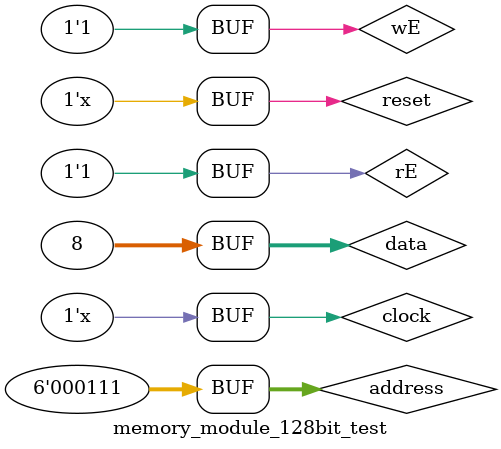
<source format=v>
`timescale 1ns / 1ps

module memory_module_128bit_test();
    reg [31:0] data;
    reg [5:0] address;
    reg reset;
    reg rE;
    reg wE;
    reg clock;
    wire [31:0] dataOut;
    
    memory_module_128bit uut(data, address, reset, rE, wE, clock, dataOut);
    
        initial begin
        data = 31'd1; address = 5'd0; rE = 0; wE = 1; reset = 0; clock = 0; #125; 
        data = 31'd2; address = 5'd1; rE = 1; wE = 0; #125;
        data = 31'd3; address = 5'd2; rE = 1; wE = 0; #125;
        data = 31'd4; address = 5'd3; rE = 0; wE = 1; #125;
        data = 31'd5; address = 5'd4; rE = 1; wE = 0; #125;
        data = 31'd6; address = 5'd5; rE = 1; wE = 1; #125;
        data = 31'd7; address = 5'd6; rE = 1; wE = 0; #125;
        data = 31'd8; address = 5'd7; rE = 1; wE = 1; #125;
    end
    
    always begin
        clock <= ~clock; #50;
    end
    
    always begin
        reset <= ~reset; #100;
    end
endmodule

</source>
